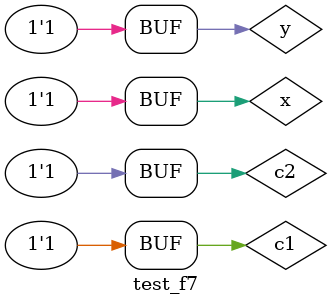
<source format=v>
/*
 * Exemplo_0703 - GATES
 * Nome Gabriel Vargas Bento de Souza
 * Matricula: 778023
*/

// -------------------------
// f7_gates
// -------------------------
module f7_1 (output s1,
             input  a , 
             input  b);
   
   // descrever por portas
   and AND1 (s1, a, b);

endmodule // f7_1

module f7_2 (output s2,
            input  a , 
            input  b);
   
   // descrever por portas
   nand NAND1 (s2, a, b);

endmodule // f7_2

module f7_3 (output s3,
             input  a , 
             input  b);
   
   // descrever por portas
   or OR1 (s3, a, b);

endmodule // f7_3

module f7_4 (output s4,
            input  a , 
            input  b);
   
   // descrever por portas
   nor NOR1 (s4, a, b);

endmodule // f7_4

// -------------------------
// multiplexer
// -------------------------
module mux (output s,
            input  a,
            input  b,
            input  select);

   // definir dados locais
   wire not_select;
   wire sa, sb;

   // descrever por portas
   not NOT1 (not_select, select);
   
   and AND1 (sa, a, not_select);
   and AND2 (sb, b, select);

   or  OR1  (s, sa, sb);
endmodule // mux

// -------------------------
// main
// -------------------------
module test_f7;
   
   // definir dados
   reg  c1, c2, x, y;
   wire s1, s2, s12, s34, s;

   f7_1 gate1 (s1, x, y);
   f7_2 gate2 (s2, x, y);
   mux MUX1   (s12, s1, s2, c1);

   f7_3 gate3 (s3, x, y);
   f7_4 gate4 (s4, x, y);
   mux MUX2   (s34, s3, s4, c1);

   mux MUX3   (s, s12, s34, c2);
   
   // parte principal
   initial
   begin : main
      $display("\n Exemplo_0703 - Gabriel Vargas Bento de Souza - 778023\n");
      // $display(" LU's module\n");
      $display(" x  y  s1  s2  s3  s4  c1  c2  s");
      $display(" ------**----------------------- 00 - AND");
      $monitor("%2b %2b %2b %3b %3b %3b %3b %3b %3b", x, y, s1, s2, s3, s4, c1, c2, s);

      // projetar testes do modulo
         x = 1'b0; y = 1'b0; c1 = 1'b0; c2 = 1'b0;
      #1           y = 1'b1;
      #1 x = 1'b1; y = 1'b0;
      #1           y = 1'b1;
      #1 x = 1'b0; y = 1'b0;            c2 = 1'b1;

      $display("\n x  y  s1  s2  s3  s4  c1  c2  s");
      $display  (" --------------**--------------- 01 - OR");
      #1           y = 1'b1;
      #1 x = 1'b1; y = 1'b0;
      #1           y = 1'b1;
      #1 x = 1'b0; y = 1'b0; c1 = 1'b1; c2 = 1'b0;

      $display("\n x  y  s1  s2  s3  s4  c1  c2  s");
      $display  (" ----------**------------------- 10 - NAND");
      #1           y = 1'b1;
      #1 x = 1'b1; y = 1'b0;
      #1           y = 1'b1;
      #1 x = 1'b0; y = 1'b0;            c2 = 1'b1;

      $display("\n x  y  s1  s2  s3  s4  c1  c2  s");
      $display  (" ------------------**----------- 11 - NOR");
      #1           y = 1'b1;
      #1 x = 1'b1; y = 1'b0;
      #1           y = 1'b1;

   end
endmodule // test_f7

// -------------------------
// test
// -------------------------
/*
---------- previsao ----------
               c1                c2

s1 =  AND ----- 0  |
                   |-->  s12  ----- 0 |
s2 = NAND ----- 1  |                  |
                                      | --> s
s3 =  OR ----- 0   |                  |
                   |-->  s34  ----- 1 |
s4 = NOR ----- 1   |                  |

c1c2 ==  0: porta  AND (0001)
c1c2 ==  1: porta   OR (0111)
c1c2 == 10: porta NAND (1110)
cac2 == 11: porta  NOR (1000)

---------- execucao ----------

C:\Users\Gabriel\Desktop\CC-PUC\2Periodo\ARQ1\Tarefas\Guia07>vvp Exemplo_0703.vvp

 Exemplo_0703 - Gabriel Vargas Bento de Souza - 778023

 x  y  s1  s2  s3  s4  c1  c2  s
 ------**----------------------- 00 - AND
 0  0  0   1   0   1   0   0   0
 0  1  0   1   1   0   0   0   0
 1  0  0   1   1   0   0   0   0
 1  1  1   0   1   0   0   0   1

 x  y  s1  s2  s3  s4  c1  c2  s
 --------------**--------------- 01 - OR
 0  0  0   1   0   1   0   1   0
 0  1  0   1   1   0   0   1   1
 1  0  0   1   1   0   0   1   1
 1  1  1   0   1   0   0   1   1

 x  y  s1  s2  s3  s4  c1  c2  s
 ----------**------------------- 10 - NAND
 0  0  0   1   0   1   1   0   1
 0  1  0   1   1   0   1   0   1
 1  0  0   1   1   0   1   0   1
 1  1  1   0   1   0   1   0   0

 x  y  s1  s2  s3  s4  c1  c2  s
 ------------------**----------- 11 - NOR
 0  0  0   1   0   1   1   1   1
 0  1  0   1   1   0   1   1   0
 1  0  0   1   1   0   1   1   0
 1  1  1   0   1   0   1   1   0
*/
</source>
